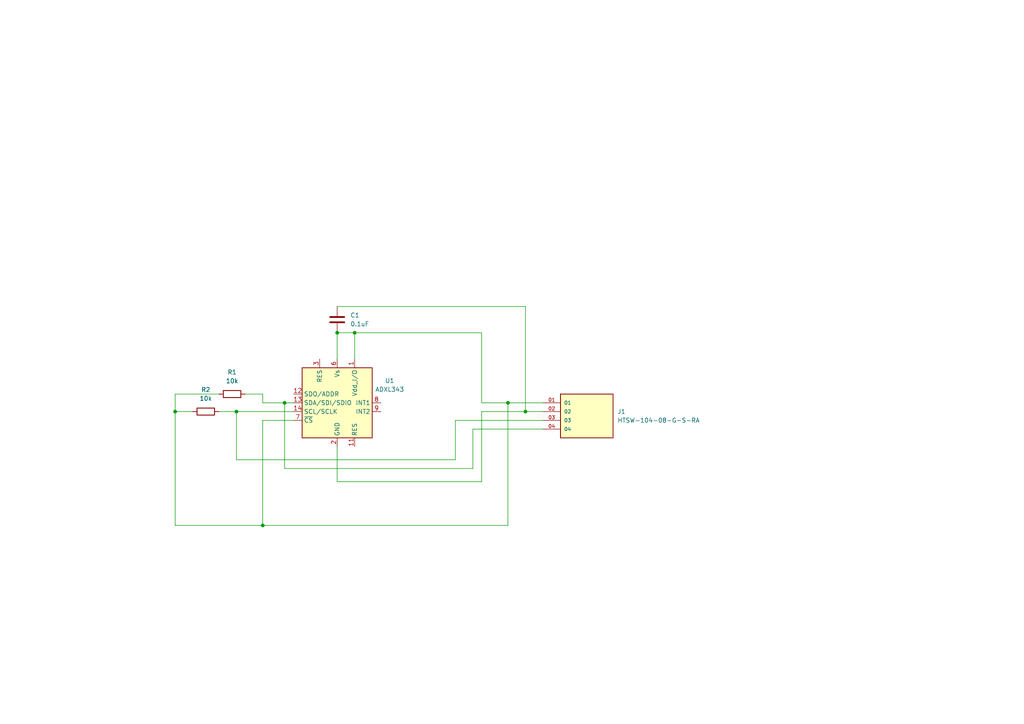
<source format=kicad_sch>
(kicad_sch
	(version 20250114)
	(generator "eeschema")
	(generator_version "9.0")
	(uuid "90987063-1437-4949-8a30-32318a8fce91")
	(paper "A4")
	(title_block
		(title "ADXL343 Accelerometer Evaluation Board")
		(date "2025-03-08")
		(rev "1")
		(company "(De)^2")
	)
	(lib_symbols
		(symbol "Device:C"
			(pin_numbers
				(hide yes)
			)
			(pin_names
				(offset 0.254)
			)
			(exclude_from_sim no)
			(in_bom yes)
			(on_board yes)
			(property "Reference" "C"
				(at 0.635 2.54 0)
				(effects
					(font
						(size 1.27 1.27)
					)
					(justify left)
				)
			)
			(property "Value" "C"
				(at 0.635 -2.54 0)
				(effects
					(font
						(size 1.27 1.27)
					)
					(justify left)
				)
			)
			(property "Footprint" ""
				(at 0.9652 -3.81 0)
				(effects
					(font
						(size 1.27 1.27)
					)
					(hide yes)
				)
			)
			(property "Datasheet" "~"
				(at 0 0 0)
				(effects
					(font
						(size 1.27 1.27)
					)
					(hide yes)
				)
			)
			(property "Description" "Unpolarized capacitor"
				(at 0 0 0)
				(effects
					(font
						(size 1.27 1.27)
					)
					(hide yes)
				)
			)
			(property "ki_keywords" "cap capacitor"
				(at 0 0 0)
				(effects
					(font
						(size 1.27 1.27)
					)
					(hide yes)
				)
			)
			(property "ki_fp_filters" "C_*"
				(at 0 0 0)
				(effects
					(font
						(size 1.27 1.27)
					)
					(hide yes)
				)
			)
			(symbol "C_0_1"
				(polyline
					(pts
						(xy -2.032 0.762) (xy 2.032 0.762)
					)
					(stroke
						(width 0.508)
						(type default)
					)
					(fill
						(type none)
					)
				)
				(polyline
					(pts
						(xy -2.032 -0.762) (xy 2.032 -0.762)
					)
					(stroke
						(width 0.508)
						(type default)
					)
					(fill
						(type none)
					)
				)
			)
			(symbol "C_1_1"
				(pin passive line
					(at 0 3.81 270)
					(length 2.794)
					(name "~"
						(effects
							(font
								(size 1.27 1.27)
							)
						)
					)
					(number "1"
						(effects
							(font
								(size 1.27 1.27)
							)
						)
					)
				)
				(pin passive line
					(at 0 -3.81 90)
					(length 2.794)
					(name "~"
						(effects
							(font
								(size 1.27 1.27)
							)
						)
					)
					(number "2"
						(effects
							(font
								(size 1.27 1.27)
							)
						)
					)
				)
			)
			(embedded_fonts no)
		)
		(symbol "Device:R"
			(pin_numbers
				(hide yes)
			)
			(pin_names
				(offset 0)
			)
			(exclude_from_sim no)
			(in_bom yes)
			(on_board yes)
			(property "Reference" "R"
				(at 2.032 0 90)
				(effects
					(font
						(size 1.27 1.27)
					)
				)
			)
			(property "Value" "R"
				(at 0 0 90)
				(effects
					(font
						(size 1.27 1.27)
					)
				)
			)
			(property "Footprint" ""
				(at -1.778 0 90)
				(effects
					(font
						(size 1.27 1.27)
					)
					(hide yes)
				)
			)
			(property "Datasheet" "~"
				(at 0 0 0)
				(effects
					(font
						(size 1.27 1.27)
					)
					(hide yes)
				)
			)
			(property "Description" "Resistor"
				(at 0 0 0)
				(effects
					(font
						(size 1.27 1.27)
					)
					(hide yes)
				)
			)
			(property "ki_keywords" "R res resistor"
				(at 0 0 0)
				(effects
					(font
						(size 1.27 1.27)
					)
					(hide yes)
				)
			)
			(property "ki_fp_filters" "R_*"
				(at 0 0 0)
				(effects
					(font
						(size 1.27 1.27)
					)
					(hide yes)
				)
			)
			(symbol "R_0_1"
				(rectangle
					(start -1.016 -2.54)
					(end 1.016 2.54)
					(stroke
						(width 0.254)
						(type default)
					)
					(fill
						(type none)
					)
				)
			)
			(symbol "R_1_1"
				(pin passive line
					(at 0 3.81 270)
					(length 1.27)
					(name "~"
						(effects
							(font
								(size 1.27 1.27)
							)
						)
					)
					(number "1"
						(effects
							(font
								(size 1.27 1.27)
							)
						)
					)
				)
				(pin passive line
					(at 0 -3.81 90)
					(length 1.27)
					(name "~"
						(effects
							(font
								(size 1.27 1.27)
							)
						)
					)
					(number "2"
						(effects
							(font
								(size 1.27 1.27)
							)
						)
					)
				)
			)
			(embedded_fonts no)
		)
		(symbol "HTSW-104-08-G-S-RA:HTSW-104-08-G-S-RA"
			(pin_names
				(offset 1.016)
			)
			(exclude_from_sim no)
			(in_bom yes)
			(on_board yes)
			(property "Reference" "J"
				(at -8.12 7.62 0)
				(effects
					(font
						(size 1.27 1.27)
					)
					(justify left bottom)
				)
			)
			(property "Value" "HTSW-104-08-G-S-RA"
				(at -7.62 -7.62 0)
				(effects
					(font
						(size 1.27 1.27)
					)
					(justify left bottom)
				)
			)
			(property "Footprint" "HTSW-104-08-G-S-RA:SAMTEC_HTSW-104-08-G-S-RA"
				(at 0 0 0)
				(effects
					(font
						(size 1.27 1.27)
					)
					(justify bottom)
					(hide yes)
				)
			)
			(property "Datasheet" ""
				(at 0 0 0)
				(effects
					(font
						(size 1.27 1.27)
					)
					(hide yes)
				)
			)
			(property "Description" ""
				(at 0 0 0)
				(effects
					(font
						(size 1.27 1.27)
					)
					(hide yes)
				)
			)
			(property "PARTREV" "R"
				(at 0 0 0)
				(effects
					(font
						(size 1.27 1.27)
					)
					(justify bottom)
					(hide yes)
				)
			)
			(property "STANDARD" "Manufacturer Recommendations"
				(at 0 0 0)
				(effects
					(font
						(size 1.27 1.27)
					)
					(justify bottom)
					(hide yes)
				)
			)
			(property "MANUFACTURER" "Samtec"
				(at 0 0 0)
				(effects
					(font
						(size 1.27 1.27)
					)
					(justify bottom)
					(hide yes)
				)
			)
			(symbol "HTSW-104-08-G-S-RA_0_0"
				(rectangle
					(start -7.62 -5.08)
					(end 7.62 7.62)
					(stroke
						(width 0.254)
						(type default)
					)
					(fill
						(type background)
					)
				)
				(pin passive line
					(at -12.7 5.08 0)
					(length 5.08)
					(name "01"
						(effects
							(font
								(size 1.016 1.016)
							)
						)
					)
					(number "01"
						(effects
							(font
								(size 1.016 1.016)
							)
						)
					)
				)
				(pin passive line
					(at -12.7 2.54 0)
					(length 5.08)
					(name "02"
						(effects
							(font
								(size 1.016 1.016)
							)
						)
					)
					(number "02"
						(effects
							(font
								(size 1.016 1.016)
							)
						)
					)
				)
				(pin passive line
					(at -12.7 0 0)
					(length 5.08)
					(name "03"
						(effects
							(font
								(size 1.016 1.016)
							)
						)
					)
					(number "03"
						(effects
							(font
								(size 1.016 1.016)
							)
						)
					)
				)
				(pin passive line
					(at -12.7 -2.54 0)
					(length 5.08)
					(name "04"
						(effects
							(font
								(size 1.016 1.016)
							)
						)
					)
					(number "04"
						(effects
							(font
								(size 1.016 1.016)
							)
						)
					)
				)
			)
			(embedded_fonts no)
		)
		(symbol "Sensor_Motion:ADXL343"
			(exclude_from_sim no)
			(in_bom yes)
			(on_board yes)
			(property "Reference" "U"
				(at -8.89 11.43 0)
				(effects
					(font
						(size 1.27 1.27)
					)
				)
			)
			(property "Value" "ADXL343"
				(at -7.62 -11.43 0)
				(effects
					(font
						(size 1.27 1.27)
					)
				)
			)
			(property "Footprint" "Package_LGA:LGA-14_3x5mm_P0.8mm_LayoutBorder1x6y"
				(at 0 0 0)
				(effects
					(font
						(size 1.27 1.27)
					)
					(hide yes)
				)
			)
			(property "Datasheet" "https://www.analog.com/media/en/technical-documentation/data-sheets/ADXL343.pdf"
				(at 0 0 0)
				(effects
					(font
						(size 1.27 1.27)
					)
					(hide yes)
				)
			)
			(property "Description" "3-Axis MEMS Accelerometer, 2/4/8/16g range, I2C/SPI, LGA-14"
				(at 0 0 0)
				(effects
					(font
						(size 1.27 1.27)
					)
					(hide yes)
				)
			)
			(property "ki_keywords" "3-axis accelerometer i2c spi mems"
				(at 0 0 0)
				(effects
					(font
						(size 1.27 1.27)
					)
					(hide yes)
				)
			)
			(property "ki_fp_filters" "*LGA*3x5mm*P0.8mm*"
				(at 0 0 0)
				(effects
					(font
						(size 1.27 1.27)
					)
					(hide yes)
				)
			)
			(symbol "ADXL343_0_1"
				(rectangle
					(start -10.16 10.16)
					(end 10.16 -10.16)
					(stroke
						(width 0.254)
						(type default)
					)
					(fill
						(type background)
					)
				)
			)
			(symbol "ADXL343_1_1"
				(pin bidirectional line
					(at -12.7 2.54 0)
					(length 2.54)
					(name "SDO/ADDR"
						(effects
							(font
								(size 1.27 1.27)
							)
						)
					)
					(number "12"
						(effects
							(font
								(size 1.27 1.27)
							)
						)
					)
				)
				(pin bidirectional line
					(at -12.7 0 0)
					(length 2.54)
					(name "SDA/SDI/SDIO"
						(effects
							(font
								(size 1.27 1.27)
							)
						)
					)
					(number "13"
						(effects
							(font
								(size 1.27 1.27)
							)
						)
					)
				)
				(pin input line
					(at -12.7 -2.54 0)
					(length 2.54)
					(name "SCL/SCLK"
						(effects
							(font
								(size 1.27 1.27)
							)
						)
					)
					(number "14"
						(effects
							(font
								(size 1.27 1.27)
							)
						)
					)
				)
				(pin input line
					(at -12.7 -5.08 0)
					(length 2.54)
					(name "~{CS}"
						(effects
							(font
								(size 1.27 1.27)
							)
						)
					)
					(number "7"
						(effects
							(font
								(size 1.27 1.27)
							)
						)
					)
				)
				(pin passive line
					(at -5.08 12.7 270)
					(length 2.54)
					(name "RES"
						(effects
							(font
								(size 1.27 1.27)
							)
						)
					)
					(number "3"
						(effects
							(font
								(size 1.27 1.27)
							)
						)
					)
				)
				(pin no_connect line
					(at -5.08 -10.16 90)
					(length 2.54)
					(hide yes)
					(name "NC"
						(effects
							(font
								(size 1.27 1.27)
							)
						)
					)
					(number "10"
						(effects
							(font
								(size 1.27 1.27)
							)
						)
					)
				)
				(pin power_in line
					(at 0 12.7 270)
					(length 2.54)
					(name "Vs"
						(effects
							(font
								(size 1.27 1.27)
							)
						)
					)
					(number "6"
						(effects
							(font
								(size 1.27 1.27)
							)
						)
					)
				)
				(pin power_in line
					(at 0 -12.7 90)
					(length 2.54)
					(name "GND"
						(effects
							(font
								(size 1.27 1.27)
							)
						)
					)
					(number "2"
						(effects
							(font
								(size 1.27 1.27)
							)
						)
					)
				)
				(pin passive line
					(at 0 -12.7 90)
					(length 2.54)
					(hide yes)
					(name "GND"
						(effects
							(font
								(size 1.27 1.27)
							)
						)
					)
					(number "4"
						(effects
							(font
								(size 1.27 1.27)
							)
						)
					)
				)
				(pin passive line
					(at 0 -12.7 90)
					(length 2.54)
					(hide yes)
					(name "GND"
						(effects
							(font
								(size 1.27 1.27)
							)
						)
					)
					(number "5"
						(effects
							(font
								(size 1.27 1.27)
							)
						)
					)
				)
				(pin power_in line
					(at 5.08 12.7 270)
					(length 2.54)
					(name "Vdd_I/O"
						(effects
							(font
								(size 1.27 1.27)
							)
						)
					)
					(number "1"
						(effects
							(font
								(size 1.27 1.27)
							)
						)
					)
				)
				(pin passive line
					(at 5.08 -12.7 90)
					(length 2.54)
					(name "RES"
						(effects
							(font
								(size 1.27 1.27)
							)
						)
					)
					(number "11"
						(effects
							(font
								(size 1.27 1.27)
							)
						)
					)
				)
				(pin output line
					(at 12.7 0 180)
					(length 2.54)
					(name "INT1"
						(effects
							(font
								(size 1.27 1.27)
							)
						)
					)
					(number "8"
						(effects
							(font
								(size 1.27 1.27)
							)
						)
					)
				)
				(pin output line
					(at 12.7 -2.54 180)
					(length 2.54)
					(name "INT2"
						(effects
							(font
								(size 1.27 1.27)
							)
						)
					)
					(number "9"
						(effects
							(font
								(size 1.27 1.27)
							)
						)
					)
				)
			)
			(embedded_fonts no)
		)
	)
	(junction
		(at 82.55 116.84)
		(diameter 0)
		(color 0 0 0 0)
		(uuid "1b8edef8-a48a-49fc-ba75-77c86922d97d")
	)
	(junction
		(at 152.4 119.38)
		(diameter 0)
		(color 0 0 0 0)
		(uuid "1ee472ed-af0e-49f8-9d99-34c9fe3c9c79")
	)
	(junction
		(at 76.2 152.4)
		(diameter 0)
		(color 0 0 0 0)
		(uuid "3569d6af-ff2b-4d47-8a8e-265a0c91e4e2")
	)
	(junction
		(at 102.87 96.52)
		(diameter 0)
		(color 0 0 0 0)
		(uuid "4c2bb433-593e-4b2b-9ab2-280813470a2f")
	)
	(junction
		(at 68.58 119.38)
		(diameter 0)
		(color 0 0 0 0)
		(uuid "648f11d3-df38-41aa-b000-7ead8b145504")
	)
	(junction
		(at 97.79 96.52)
		(diameter 0)
		(color 0 0 0 0)
		(uuid "77ee1fad-dc92-4129-9252-f55777a6afcc")
	)
	(junction
		(at 50.8 119.38)
		(diameter 0)
		(color 0 0 0 0)
		(uuid "7aa28f2c-cca3-4994-a7e7-1633606c4c13")
	)
	(junction
		(at 147.32 116.84)
		(diameter 0)
		(color 0 0 0 0)
		(uuid "88f91f3b-0d2d-45ed-85bf-b48df71240d7")
	)
	(wire
		(pts
			(xy 76.2 114.3) (xy 71.12 114.3)
		)
		(stroke
			(width 0)
			(type default)
		)
		(uuid "02ba9dc4-a948-4c9e-853f-9fa4299b32fb")
	)
	(wire
		(pts
			(xy 76.2 152.4) (xy 147.32 152.4)
		)
		(stroke
			(width 0)
			(type default)
		)
		(uuid "053329d6-5844-47c7-a448-828f19b0f204")
	)
	(wire
		(pts
			(xy 82.55 116.84) (xy 76.2 116.84)
		)
		(stroke
			(width 0)
			(type default)
		)
		(uuid "0c954f77-96c3-4e28-83ef-454d7a21fd1d")
	)
	(wire
		(pts
			(xy 97.79 129.54) (xy 97.79 139.7)
		)
		(stroke
			(width 0)
			(type default)
		)
		(uuid "115cd13f-f328-42ba-965e-7d96407a621f")
	)
	(wire
		(pts
			(xy 157.48 119.38) (xy 152.4 119.38)
		)
		(stroke
			(width 0)
			(type default)
		)
		(uuid "13222e1d-a3d0-4bf7-93c5-e5bb496cd868")
	)
	(wire
		(pts
			(xy 50.8 119.38) (xy 50.8 114.3)
		)
		(stroke
			(width 0)
			(type default)
		)
		(uuid "1ac6b42e-e3c5-4fc3-a34d-afab4f290f7d")
	)
	(wire
		(pts
			(xy 85.09 121.92) (xy 76.2 121.92)
		)
		(stroke
			(width 0)
			(type default)
		)
		(uuid "1d4fa0b7-122c-474f-893e-1fb0fc8e774a")
	)
	(wire
		(pts
			(xy 68.58 119.38) (xy 85.09 119.38)
		)
		(stroke
			(width 0)
			(type default)
		)
		(uuid "2761b573-c6d6-4c45-a08b-a729a17c41a3")
	)
	(wire
		(pts
			(xy 50.8 152.4) (xy 50.8 119.38)
		)
		(stroke
			(width 0)
			(type default)
		)
		(uuid "2e3e97d2-ca85-4b8a-830c-c86f6c5bb54b")
	)
	(wire
		(pts
			(xy 97.79 88.9) (xy 152.4 88.9)
		)
		(stroke
			(width 0)
			(type default)
		)
		(uuid "3a4af7ac-5514-455b-ba62-b7f8dd5560f5")
	)
	(wire
		(pts
			(xy 82.55 116.84) (xy 82.55 135.89)
		)
		(stroke
			(width 0)
			(type default)
		)
		(uuid "432efb11-1673-4793-8bee-86122af0a111")
	)
	(wire
		(pts
			(xy 76.2 121.92) (xy 76.2 152.4)
		)
		(stroke
			(width 0)
			(type default)
		)
		(uuid "546cd4c8-a902-4b2f-ad23-033e189d70cf")
	)
	(wire
		(pts
			(xy 50.8 114.3) (xy 63.5 114.3)
		)
		(stroke
			(width 0)
			(type default)
		)
		(uuid "556f4573-1a4f-4ed1-ac67-cc092a0e97ad")
	)
	(wire
		(pts
			(xy 68.58 119.38) (xy 68.58 133.35)
		)
		(stroke
			(width 0)
			(type default)
		)
		(uuid "5a199aa0-0c18-4fc9-b6e9-b3b114435a09")
	)
	(wire
		(pts
			(xy 152.4 88.9) (xy 152.4 119.38)
		)
		(stroke
			(width 0)
			(type default)
		)
		(uuid "5d17a139-0cec-4740-9970-ca7ed7580b05")
	)
	(wire
		(pts
			(xy 50.8 119.38) (xy 55.88 119.38)
		)
		(stroke
			(width 0)
			(type default)
		)
		(uuid "5d2caab0-4c23-435c-a3fa-6442e22d9616")
	)
	(wire
		(pts
			(xy 97.79 96.52) (xy 97.79 104.14)
		)
		(stroke
			(width 0)
			(type default)
		)
		(uuid "5e73be2a-c2d3-4041-8973-e88f61b1997c")
	)
	(wire
		(pts
			(xy 147.32 116.84) (xy 139.7 116.84)
		)
		(stroke
			(width 0)
			(type default)
		)
		(uuid "7aa9cc9f-e6ad-4774-9d71-2b0cf41165f9")
	)
	(wire
		(pts
			(xy 137.16 124.46) (xy 157.48 124.46)
		)
		(stroke
			(width 0)
			(type default)
		)
		(uuid "7c250e60-cc12-4b43-91a7-24fc68059e51")
	)
	(wire
		(pts
			(xy 139.7 119.38) (xy 139.7 139.7)
		)
		(stroke
			(width 0)
			(type default)
		)
		(uuid "809f43a7-052d-4958-a727-2cdfcbcb8d8a")
	)
	(wire
		(pts
			(xy 82.55 135.89) (xy 137.16 135.89)
		)
		(stroke
			(width 0)
			(type default)
		)
		(uuid "84dfcef9-58b9-4ea3-a51a-6900d4f2bb13")
	)
	(wire
		(pts
			(xy 102.87 96.52) (xy 102.87 104.14)
		)
		(stroke
			(width 0)
			(type default)
		)
		(uuid "86a82ccb-92c0-47ea-bdd9-41e0e4fb9900")
	)
	(wire
		(pts
			(xy 157.48 116.84) (xy 147.32 116.84)
		)
		(stroke
			(width 0)
			(type default)
		)
		(uuid "87aaf5bb-fb9d-4c4b-8960-668c287c86c5")
	)
	(wire
		(pts
			(xy 139.7 116.84) (xy 139.7 96.52)
		)
		(stroke
			(width 0)
			(type default)
		)
		(uuid "897cfdfd-4f84-45aa-abbd-5e9ccda0db79")
	)
	(wire
		(pts
			(xy 152.4 119.38) (xy 139.7 119.38)
		)
		(stroke
			(width 0)
			(type default)
		)
		(uuid "8e09d7ac-11cd-4570-a57a-9a2956beb44a")
	)
	(wire
		(pts
			(xy 97.79 139.7) (xy 139.7 139.7)
		)
		(stroke
			(width 0)
			(type default)
		)
		(uuid "933d835a-288e-4c88-bd10-2655c734e057")
	)
	(wire
		(pts
			(xy 68.58 133.35) (xy 132.08 133.35)
		)
		(stroke
			(width 0)
			(type default)
		)
		(uuid "96b48eab-9196-48db-95b9-7d881752c596")
	)
	(wire
		(pts
			(xy 147.32 116.84) (xy 147.32 152.4)
		)
		(stroke
			(width 0)
			(type default)
		)
		(uuid "9869a998-e979-4ceb-82bc-7c7299eb8734")
	)
	(wire
		(pts
			(xy 76.2 152.4) (xy 50.8 152.4)
		)
		(stroke
			(width 0)
			(type default)
		)
		(uuid "ac84e08b-c338-4474-8dd5-b0dcf0321e2b")
	)
	(wire
		(pts
			(xy 137.16 135.89) (xy 137.16 124.46)
		)
		(stroke
			(width 0)
			(type default)
		)
		(uuid "bc79e5c1-5476-4ea6-b9e0-6ccc127bf83c")
	)
	(wire
		(pts
			(xy 139.7 96.52) (xy 102.87 96.52)
		)
		(stroke
			(width 0)
			(type default)
		)
		(uuid "bcdde9e1-e838-464e-96a9-28e404c91313")
	)
	(wire
		(pts
			(xy 63.5 119.38) (xy 68.58 119.38)
		)
		(stroke
			(width 0)
			(type default)
		)
		(uuid "c065740a-63aa-4603-aefb-0bfa78c25287")
	)
	(wire
		(pts
			(xy 97.79 96.52) (xy 102.87 96.52)
		)
		(stroke
			(width 0)
			(type default)
		)
		(uuid "cc8331e3-2dce-46be-9c86-b899ddfbf8a1")
	)
	(wire
		(pts
			(xy 132.08 133.35) (xy 132.08 121.92)
		)
		(stroke
			(width 0)
			(type default)
		)
		(uuid "d2ea24f8-a97a-43c7-8677-9e8391b474d9")
	)
	(wire
		(pts
			(xy 76.2 116.84) (xy 76.2 114.3)
		)
		(stroke
			(width 0)
			(type default)
		)
		(uuid "ea0cdcef-9a0e-4fa5-81f6-4dd3356e8b5e")
	)
	(wire
		(pts
			(xy 132.08 121.92) (xy 157.48 121.92)
		)
		(stroke
			(width 0)
			(type default)
		)
		(uuid "f48cc555-4198-47d1-8238-29a5943038a1")
	)
	(wire
		(pts
			(xy 85.09 116.84) (xy 82.55 116.84)
		)
		(stroke
			(width 0)
			(type default)
		)
		(uuid "feb7ed48-fed0-4893-9458-53736e23882c")
	)
	(symbol
		(lib_id "Device:R")
		(at 67.31 114.3 270)
		(unit 1)
		(exclude_from_sim no)
		(in_bom yes)
		(on_board yes)
		(dnp no)
		(fields_autoplaced yes)
		(uuid "0ea83dca-ad3b-4ce6-9a39-810cb2737353")
		(property "Reference" "R1"
			(at 67.31 107.95 90)
			(effects
				(font
					(size 1.27 1.27)
				)
			)
		)
		(property "Value" "10k"
			(at 67.31 110.49 90)
			(effects
				(font
					(size 1.27 1.27)
				)
			)
		)
		(property "Footprint" "Resistor_SMD:R_0201_0603Metric_Pad0.64x0.40mm_HandSolder"
			(at 67.31 112.522 90)
			(effects
				(font
					(size 1.27 1.27)
				)
				(hide yes)
			)
		)
		(property "Datasheet" "~"
			(at 67.31 114.3 0)
			(effects
				(font
					(size 1.27 1.27)
				)
				(hide yes)
			)
		)
		(property "Description" "Resistor"
			(at 67.31 114.3 0)
			(effects
				(font
					(size 1.27 1.27)
				)
				(hide yes)
			)
		)
		(pin "2"
			(uuid "cdd05cce-cf59-40a3-8717-805fedcbfcb2")
		)
		(pin "1"
			(uuid "855221c2-a0fa-432e-b5fe-aebc6607f059")
		)
		(instances
			(project ""
				(path "/90987063-1437-4949-8a30-32318a8fce91"
					(reference "R1")
					(unit 1)
				)
			)
		)
	)
	(symbol
		(lib_id "Device:R")
		(at 59.69 119.38 270)
		(unit 1)
		(exclude_from_sim no)
		(in_bom yes)
		(on_board yes)
		(dnp no)
		(fields_autoplaced yes)
		(uuid "1cf7ee6e-000d-4e6e-9f17-417332b8e637")
		(property "Reference" "R2"
			(at 59.69 113.03 90)
			(effects
				(font
					(size 1.27 1.27)
				)
			)
		)
		(property "Value" "10k"
			(at 59.69 115.57 90)
			(effects
				(font
					(size 1.27 1.27)
				)
			)
		)
		(property "Footprint" "Resistor_SMD:R_0201_0603Metric_Pad0.64x0.40mm_HandSolder"
			(at 59.69 117.602 90)
			(effects
				(font
					(size 1.27 1.27)
				)
				(hide yes)
			)
		)
		(property "Datasheet" "~"
			(at 59.69 119.38 0)
			(effects
				(font
					(size 1.27 1.27)
				)
				(hide yes)
			)
		)
		(property "Description" "Resistor"
			(at 59.69 119.38 0)
			(effects
				(font
					(size 1.27 1.27)
				)
				(hide yes)
			)
		)
		(pin "2"
			(uuid "7f9511a8-0d82-4f72-be08-aed082b1cfee")
		)
		(pin "1"
			(uuid "873336a4-0d4a-4c57-96b2-fc90ca86a8c7")
		)
		(instances
			(project "ADXL343_Accelerometer_Sensor_Board"
				(path "/90987063-1437-4949-8a30-32318a8fce91"
					(reference "R2")
					(unit 1)
				)
			)
		)
	)
	(symbol
		(lib_id "Sensor_Motion:ADXL343")
		(at 97.79 116.84 0)
		(unit 1)
		(exclude_from_sim no)
		(in_bom yes)
		(on_board yes)
		(dnp no)
		(fields_autoplaced yes)
		(uuid "2ad99735-c4a5-4e2b-b99b-71ac0f758134")
		(property "Reference" "U1"
			(at 113.03 110.4198 0)
			(effects
				(font
					(size 1.27 1.27)
				)
			)
		)
		(property "Value" "ADXL343"
			(at 113.03 112.9598 0)
			(effects
				(font
					(size 1.27 1.27)
				)
			)
		)
		(property "Footprint" "Package_LGA:LGA-14_3x5mm_P0.8mm_LayoutBorder1x6y"
			(at 97.79 116.84 0)
			(effects
				(font
					(size 1.27 1.27)
				)
				(hide yes)
			)
		)
		(property "Datasheet" "https://www.analog.com/media/en/technical-documentation/data-sheets/ADXL343.pdf"
			(at 97.79 116.84 0)
			(effects
				(font
					(size 1.27 1.27)
				)
				(hide yes)
			)
		)
		(property "Description" "3-Axis MEMS Accelerometer, 2/4/8/16g range, I2C/SPI, LGA-14"
			(at 97.79 116.84 0)
			(effects
				(font
					(size 1.27 1.27)
				)
				(hide yes)
			)
		)
		(pin "12"
			(uuid "3cb652e2-62e4-4a17-bed0-340a8e88b80c")
		)
		(pin "11"
			(uuid "c6b1ad18-0708-4e2d-902d-40be7ecf4544")
		)
		(pin "14"
			(uuid "5286ddfa-9ac4-4aca-b5ab-41295ce76111")
		)
		(pin "3"
			(uuid "51108ab6-fb90-4c0c-b215-9e106e67499f")
		)
		(pin "2"
			(uuid "8b664a1b-4512-48ad-bbbe-cf9376f358b1")
		)
		(pin "13"
			(uuid "9c3d4a4e-f544-4dd2-843e-7b8ef56cfff5")
		)
		(pin "4"
			(uuid "17b11ad7-ed05-4a10-bf26-3f4b66a4e017")
		)
		(pin "5"
			(uuid "4dfa63f7-21d6-4b8d-aa7b-7da8f0c1d0e6")
		)
		(pin "7"
			(uuid "06defd14-1db3-457c-a357-cfad8f9fff64")
		)
		(pin "6"
			(uuid "22cf0ba3-14a5-4d76-8b30-b326cd12cdc8")
		)
		(pin "1"
			(uuid "d731a7c2-ff5f-43ef-b5d5-ad06eeb610e4")
		)
		(pin "10"
			(uuid "d9934537-ccf1-427d-a9d5-d655aa8c923a")
		)
		(pin "9"
			(uuid "65ff9711-27ed-4380-8267-a1ee8410fa21")
		)
		(pin "8"
			(uuid "51d3aac7-fa94-4fd3-bd07-7e5c3f760fac")
		)
		(instances
			(project ""
				(path "/90987063-1437-4949-8a30-32318a8fce91"
					(reference "U1")
					(unit 1)
				)
			)
		)
	)
	(symbol
		(lib_id "Device:C")
		(at 97.79 92.71 0)
		(unit 1)
		(exclude_from_sim no)
		(in_bom yes)
		(on_board yes)
		(dnp no)
		(fields_autoplaced yes)
		(uuid "6d08280c-de5d-40f7-9efd-916bf61bdcd3")
		(property "Reference" "C1"
			(at 101.6 91.4399 0)
			(effects
				(font
					(size 1.27 1.27)
				)
				(justify left)
			)
		)
		(property "Value" "0.1uF"
			(at 101.6 93.9799 0)
			(effects
				(font
					(size 1.27 1.27)
				)
				(justify left)
			)
		)
		(property "Footprint" "Capacitor_SMD:C_0201_0603Metric_Pad0.64x0.40mm_HandSolder"
			(at 98.7552 96.52 0)
			(effects
				(font
					(size 1.27 1.27)
				)
				(hide yes)
			)
		)
		(property "Datasheet" "~"
			(at 97.79 92.71 0)
			(effects
				(font
					(size 1.27 1.27)
				)
				(hide yes)
			)
		)
		(property "Description" "Unpolarized capacitor"
			(at 97.79 92.71 0)
			(effects
				(font
					(size 1.27 1.27)
				)
				(hide yes)
			)
		)
		(pin "2"
			(uuid "e127ff2b-adf0-45c7-bcce-96725bd6b7d6")
		)
		(pin "1"
			(uuid "3e551c15-83bc-458c-af38-3320f47287f0")
		)
		(instances
			(project ""
				(path "/90987063-1437-4949-8a30-32318a8fce91"
					(reference "C1")
					(unit 1)
				)
			)
		)
	)
	(symbol
		(lib_id "HTSW-104-08-G-S-RA:HTSW-104-08-G-S-RA")
		(at 170.18 121.92 0)
		(unit 1)
		(exclude_from_sim no)
		(in_bom yes)
		(on_board yes)
		(dnp no)
		(fields_autoplaced yes)
		(uuid "e15d2ac1-390b-4171-ad64-40c078e0e1a5")
		(property "Reference" "J1"
			(at 179.07 119.3799 0)
			(effects
				(font
					(size 1.27 1.27)
				)
				(justify left)
			)
		)
		(property "Value" "HTSW-104-08-G-S-RA"
			(at 179.07 121.9199 0)
			(effects
				(font
					(size 1.27 1.27)
				)
				(justify left)
			)
		)
		(property "Footprint" "HTSW-104-08-G-S-RA:SAMTEC_HTSW-104-08-G-S-RA"
			(at 170.18 121.92 0)
			(effects
				(font
					(size 1.27 1.27)
				)
				(justify bottom)
				(hide yes)
			)
		)
		(property "Datasheet" ""
			(at 170.18 121.92 0)
			(effects
				(font
					(size 1.27 1.27)
				)
				(hide yes)
			)
		)
		(property "Description" ""
			(at 170.18 121.92 0)
			(effects
				(font
					(size 1.27 1.27)
				)
				(hide yes)
			)
		)
		(property "PARTREV" "R"
			(at 170.18 121.92 0)
			(effects
				(font
					(size 1.27 1.27)
				)
				(justify bottom)
				(hide yes)
			)
		)
		(property "STANDARD" "Manufacturer Recommendations"
			(at 170.18 121.92 0)
			(effects
				(font
					(size 1.27 1.27)
				)
				(justify bottom)
				(hide yes)
			)
		)
		(property "MANUFACTURER" "Samtec"
			(at 170.18 121.92 0)
			(effects
				(font
					(size 1.27 1.27)
				)
				(justify bottom)
				(hide yes)
			)
		)
		(pin "04"
			(uuid "ce726325-fd86-479c-933b-60c92d7063eb")
		)
		(pin "03"
			(uuid "3d348b1c-4e68-47f0-b27b-0278964f01f4")
		)
		(pin "02"
			(uuid "7c592d37-1c92-4fe5-a3ae-febe64a13b78")
		)
		(pin "01"
			(uuid "2ed88885-2c92-499b-983f-73cec55dac0a")
		)
		(instances
			(project ""
				(path "/90987063-1437-4949-8a30-32318a8fce91"
					(reference "J1")
					(unit 1)
				)
			)
		)
	)
	(sheet_instances
		(path "/"
			(page "1")
		)
	)
	(embedded_fonts no)
)

</source>
